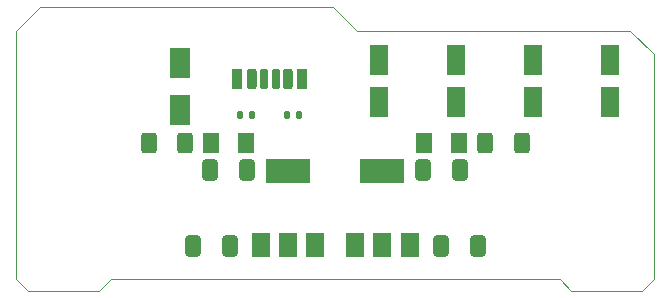
<source format=gbr>
%TF.GenerationSoftware,KiCad,Pcbnew,(7.0.0)*%
%TF.CreationDate,2023-03-29T15:29:01+01:00*%
%TF.ProjectId,MicroBBPS,4d696372-6f42-4425-9053-2e6b69636164,rev?*%
%TF.SameCoordinates,Original*%
%TF.FileFunction,Paste,Top*%
%TF.FilePolarity,Positive*%
%FSLAX46Y46*%
G04 Gerber Fmt 4.6, Leading zero omitted, Abs format (unit mm)*
G04 Created by KiCad (PCBNEW (7.0.0)) date 2023-03-29 15:29:01*
%MOMM*%
%LPD*%
G01*
G04 APERTURE LIST*
G04 Aperture macros list*
%AMRoundRect*
0 Rectangle with rounded corners*
0 $1 Rounding radius*
0 $2 $3 $4 $5 $6 $7 $8 $9 X,Y pos of 4 corners*
0 Add a 4 corners polygon primitive as box body*
4,1,4,$2,$3,$4,$5,$6,$7,$8,$9,$2,$3,0*
0 Add four circle primitives for the rounded corners*
1,1,$1+$1,$2,$3*
1,1,$1+$1,$4,$5*
1,1,$1+$1,$6,$7*
1,1,$1+$1,$8,$9*
0 Add four rect primitives between the rounded corners*
20,1,$1+$1,$2,$3,$4,$5,0*
20,1,$1+$1,$4,$5,$6,$7,0*
20,1,$1+$1,$6,$7,$8,$9,0*
20,1,$1+$1,$8,$9,$2,$3,0*%
G04 Aperture macros list end*
%ADD10RoundRect,0.249999X0.412501X0.650001X-0.412501X0.650001X-0.412501X-0.650001X0.412501X-0.650001X0*%
%ADD11RoundRect,0.249999X-0.412501X-0.650001X0.412501X-0.650001X0.412501X0.650001X-0.412501X0.650001X0*%
%ADD12RoundRect,0.250000X0.550000X-1.050000X0.550000X1.050000X-0.550000X1.050000X-0.550000X-1.050000X0*%
%ADD13RoundRect,0.250000X-0.462500X-0.625000X0.462500X-0.625000X0.462500X0.625000X-0.462500X0.625000X0*%
%ADD14R,1.800000X2.500000*%
%ADD15RoundRect,0.250000X0.462500X0.625000X-0.462500X0.625000X-0.462500X-0.625000X0.462500X-0.625000X0*%
%ADD16RoundRect,0.250000X-0.400000X-0.625000X0.400000X-0.625000X0.400000X0.625000X-0.400000X0.625000X0*%
%ADD17RoundRect,0.250000X0.400000X0.625000X-0.400000X0.625000X-0.400000X-0.625000X0.400000X-0.625000X0*%
%ADD18R,1.500000X2.000000*%
%ADD19R,3.800000X2.000000*%
%ADD20RoundRect,0.135000X-0.135000X-0.185000X0.135000X-0.185000X0.135000X0.185000X-0.135000X0.185000X0*%
%ADD21RoundRect,0.175000X0.175000X0.700000X-0.175000X0.700000X-0.175000X-0.700000X0.175000X-0.700000X0*%
%ADD22RoundRect,0.200000X0.200000X0.675000X-0.200000X0.675000X-0.200000X-0.675000X0.200000X-0.675000X0*%
%ADD23RoundRect,0.225000X0.225000X0.650000X-0.225000X0.650000X-0.225000X-0.650000X0.225000X-0.650000X0*%
%ADD24RoundRect,0.135000X0.135000X0.185000X-0.135000X0.185000X-0.135000X-0.185000X0.135000X-0.185000X0*%
%TA.AperFunction,Profile*%
%ADD25C,0.050000*%
%TD*%
G04 APERTURE END LIST*
D10*
%TO.C,C1*%
X18062500Y-20250000D03*
X14937500Y-20250000D03*
%TD*%
D11*
%TO.C,C2*%
X34437500Y-13750000D03*
X37562500Y-13750000D03*
%TD*%
%TO.C,C3*%
X35937500Y-20250000D03*
X39062500Y-20250000D03*
%TD*%
D10*
%TO.C,C4*%
X19562500Y-13750000D03*
X16437500Y-13750000D03*
%TD*%
D12*
%TO.C,C5*%
X50250000Y-8050000D03*
X50250000Y-4450000D03*
%TD*%
%TO.C,C6*%
X43750000Y-8050000D03*
X43750000Y-4450000D03*
%TD*%
%TO.C,C7*%
X37250000Y-8050000D03*
X37250000Y-4450000D03*
%TD*%
%TO.C,C8*%
X30750000Y-8050000D03*
X30750000Y-4450000D03*
%TD*%
D13*
%TO.C,D1*%
X16512500Y-11500000D03*
X19487500Y-11500000D03*
%TD*%
D14*
%TO.C,D2*%
X13849999Y-8749999D03*
X13849999Y-4749999D03*
%TD*%
D15*
%TO.C,D3*%
X37487500Y-11500000D03*
X34512500Y-11500000D03*
%TD*%
D16*
%TO.C,R1*%
X39700000Y-11500000D03*
X42800000Y-11500000D03*
%TD*%
D17*
%TO.C,R2*%
X14300000Y-11500000D03*
X11200000Y-11500000D03*
%TD*%
D18*
%TO.C,U1*%
X28699999Y-20149999D03*
X30999999Y-20149999D03*
D19*
X30999999Y-13849999D03*
D18*
X33299999Y-20149999D03*
%TD*%
%TO.C,U3*%
X20699999Y-20149999D03*
X22999999Y-20149999D03*
D19*
X22999999Y-13849999D03*
D18*
X25299999Y-20149999D03*
%TD*%
D20*
%TO.C,R4*%
X22953000Y-9104000D03*
X23973000Y-9104000D03*
%TD*%
D21*
%TO.C,J1*%
X21963000Y-6104000D03*
D22*
X19943000Y-6104000D03*
D23*
X18713000Y-6104000D03*
D21*
X20963000Y-6104000D03*
D22*
X22983000Y-6104000D03*
D23*
X24213000Y-6104000D03*
%TD*%
D24*
%TO.C,R3*%
X19973000Y-9104000D03*
X18953000Y-9104000D03*
%TD*%
D25*
X0Y-23000000D02*
X0Y-2000000D01*
X46000000Y-23000000D02*
X8000000Y-23000000D01*
X26813000Y0D02*
X28813000Y-2000000D01*
X28813000Y-2000000D02*
X52000000Y-2000000D01*
X53000000Y-24000000D02*
X47000000Y-24000000D01*
X0Y-2000000D02*
X2000000Y0D01*
X1000000Y-24000000D02*
X0Y-23000000D01*
X2000000Y0D02*
X26813000Y0D01*
X7000000Y-24000000D02*
X1000000Y-24000000D01*
X54000000Y-23000000D02*
X53000000Y-24000000D01*
X8000000Y-23000000D02*
X7000000Y-24000000D01*
X47000000Y-24000000D02*
X46000000Y-23000000D01*
X52000000Y-2000000D02*
X54000000Y-4000000D01*
X54000000Y-4000000D02*
X54000000Y-23000000D01*
M02*

</source>
